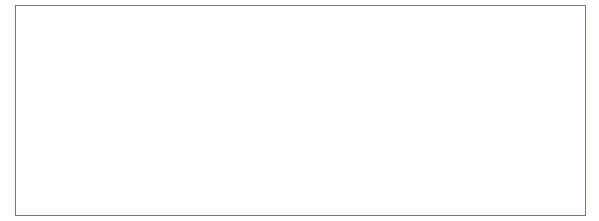
<source format=gbr>
G04 #@! TF.GenerationSoftware,KiCad,Pcbnew,5.1.5-52549c5~86~ubuntu18.04.1*
G04 #@! TF.CreationDate,2020-09-30T17:57:14-05:00*
G04 #@! TF.ProjectId,D05,4430352e-6b69-4636-9164-5f7063625858,rev?*
G04 #@! TF.SameCoordinates,Original*
G04 #@! TF.FileFunction,Profile,NP*
%FSLAX46Y46*%
G04 Gerber Fmt 4.6, Leading zero omitted, Abs format (unit mm)*
G04 Created by KiCad (PCBNEW 5.1.5-52549c5~86~ubuntu18.04.1) date 2020-09-30 17:57:14*
%MOMM*%
%LPD*%
G04 APERTURE LIST*
%ADD10C,0.050000*%
G04 APERTURE END LIST*
D10*
X68260000Y-20000000D02*
X68260000Y-37780000D01*
X20000000Y-37780000D02*
X68260000Y-37780000D01*
X20000000Y-20000000D02*
X68260000Y-20000000D01*
X20000000Y-20000000D02*
X20000000Y-37780000D01*
M02*

</source>
